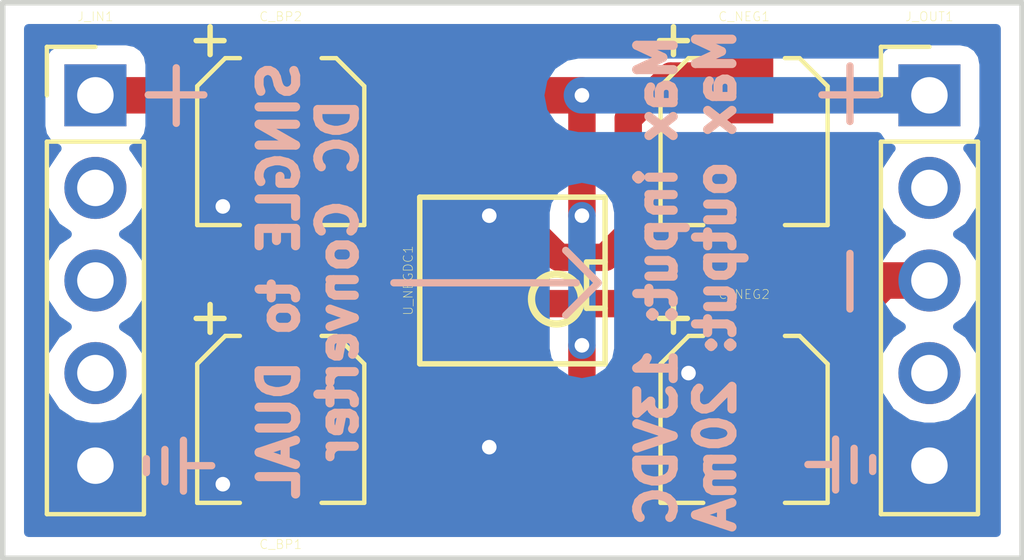
<source format=kicad_pcb>
(kicad_pcb (version 20171130) (host pcbnew "(5.0.0-3-g5ebb6b6)")

  (general
    (thickness 1.6)
    (drawings 23)
    (tracks 56)
    (zones 0)
    (modules 7)
    (nets 6)
  )

  (page User 210.007 148.006)
  (layers
    (0 F.Cu signal)
    (31 B.Cu signal)
    (32 B.Adhes user)
    (33 F.Adhes user)
    (34 B.Paste user)
    (35 F.Paste user)
    (36 B.SilkS user)
    (37 F.SilkS user)
    (38 B.Mask user)
    (39 F.Mask user)
    (40 Dwgs.User user)
    (41 Cmts.User user)
    (42 Eco1.User user)
    (43 Eco2.User user)
    (44 Edge.Cuts user)
    (45 Margin user)
    (46 B.CrtYd user hide)
    (47 F.CrtYd user hide)
    (48 B.Fab user)
    (49 F.Fab user hide)
  )

  (setup
    (last_trace_width 0.25)
    (user_trace_width 0.5)
    (user_trace_width 0.75)
    (user_trace_width 1)
    (trace_clearance 0.2)
    (zone_clearance 0.508)
    (zone_45_only no)
    (trace_min 0.2)
    (segment_width 0.2)
    (edge_width 0.15)
    (via_size 0.6)
    (via_drill 0.4)
    (via_min_size 0.4)
    (via_min_drill 0.3)
    (uvia_size 0.3)
    (uvia_drill 0.1)
    (uvias_allowed no)
    (uvia_min_size 0.2)
    (uvia_min_drill 0.1)
    (pcb_text_width 0.3)
    (pcb_text_size 1.5 1.5)
    (mod_edge_width 0.15)
    (mod_text_size 0.25 0.25)
    (mod_text_width 0.015)
    (pad_size 1.524 1.524)
    (pad_drill 0.762)
    (pad_to_mask_clearance 0.2)
    (aux_axis_origin 0 0)
    (visible_elements FFFEFF7F)
    (pcbplotparams
      (layerselection 0x010f0_80000001)
      (usegerberextensions false)
      (usegerberattributes false)
      (usegerberadvancedattributes false)
      (creategerberjobfile false)
      (excludeedgelayer true)
      (linewidth 0.100000)
      (plotframeref false)
      (viasonmask false)
      (mode 1)
      (useauxorigin false)
      (hpglpennumber 1)
      (hpglpenspeed 20)
      (hpglpendiameter 15.000000)
      (psnegative false)
      (psa4output false)
      (plotreference true)
      (plotvalue true)
      (plotinvisibletext false)
      (padsonsilk false)
      (subtractmaskfromsilk false)
      (outputformat 1)
      (mirror false)
      (drillshape 0)
      (scaleselection 1)
      (outputdirectory "docs/NegativeDCBreadboardAdaptor_GERBERS/"))
  )

  (net 0 "")
  (net 1 "Net-(C_BP1-Pad1)")
  (net 2 /GND)
  (net 3 "Net-(C_NEG1-Pad1)")
  (net 4 "Net-(C_NEG1-Pad2)")
  (net 5 "Net-(C_NEG2-Pad2)")

  (net_class Default "This is the default net class."
    (clearance 0.2)
    (trace_width 0.25)
    (via_dia 0.6)
    (via_drill 0.4)
    (uvia_dia 0.3)
    (uvia_drill 0.1)
    (add_net /GND)
    (add_net "Net-(C_BP1-Pad1)")
    (add_net "Net-(C_NEG1-Pad1)")
    (add_net "Net-(C_NEG1-Pad2)")
    (add_net "Net-(C_NEG2-Pad2)")
  )

  (module Capacitors_SMD:CP_Elec_4x5.3 (layer F.Cu) (tedit 5AED9EEE) (tstamp 5AECE30A)
    (at 83.82 62.23 270)
    (descr "SMT capacitor, aluminium electrolytic, 4x5.3")
    (path /5AEBA0C3)
    (attr smd)
    (fp_text reference C_BP1 (at 3.429 0) (layer F.SilkS)
      (effects (font (size 0.25 0.25) (thickness 0.015)))
    )
    (fp_text value 2.2uF (at 0 -3.54 270) (layer F.Fab)
      (effects (font (size 1 1) (thickness 0.15)))
    )
    (fp_circle (center 0 0) (end 0 2.1) (layer F.Fab) (width 0.1))
    (fp_text user + (at -1.21 -0.08 270) (layer F.Fab)
      (effects (font (size 1 1) (thickness 0.15)))
    )
    (fp_text user + (at -2.77 2.01 270) (layer F.SilkS)
      (effects (font (size 1 1) (thickness 0.15)))
    )
    (fp_text user %R (at 0 3.54 270) (layer F.Fab)
      (effects (font (size 1 1) (thickness 0.15)))
    )
    (fp_line (start 2.13 2.13) (end 2.13 -2.13) (layer F.Fab) (width 0.1))
    (fp_line (start -1.46 2.13) (end 2.13 2.13) (layer F.Fab) (width 0.1))
    (fp_line (start -2.13 1.46) (end -1.46 2.13) (layer F.Fab) (width 0.1))
    (fp_line (start -2.13 -1.46) (end -2.13 1.46) (layer F.Fab) (width 0.1))
    (fp_line (start -1.46 -2.13) (end -2.13 -1.46) (layer F.Fab) (width 0.1))
    (fp_line (start 2.13 -2.13) (end -1.46 -2.13) (layer F.Fab) (width 0.1))
    (fp_line (start -2.29 -1.52) (end -2.29 -1.12) (layer F.SilkS) (width 0.12))
    (fp_line (start 2.29 -2.29) (end 2.29 -1.12) (layer F.SilkS) (width 0.12))
    (fp_line (start 2.29 2.29) (end 2.29 1.12) (layer F.SilkS) (width 0.12))
    (fp_line (start -2.29 1.52) (end -2.29 1.12) (layer F.SilkS) (width 0.12))
    (fp_line (start -1.52 2.29) (end 2.29 2.29) (layer F.SilkS) (width 0.12))
    (fp_line (start -1.52 2.29) (end -2.29 1.52) (layer F.SilkS) (width 0.12))
    (fp_line (start -1.52 -2.29) (end 2.29 -2.29) (layer F.SilkS) (width 0.12))
    (fp_line (start -1.52 -2.29) (end -2.29 -1.52) (layer F.SilkS) (width 0.12))
    (fp_line (start -3.35 -2.39) (end 3.35 -2.39) (layer F.CrtYd) (width 0.05))
    (fp_line (start -3.35 -2.39) (end -3.35 2.38) (layer F.CrtYd) (width 0.05))
    (fp_line (start 3.35 2.38) (end 3.35 -2.39) (layer F.CrtYd) (width 0.05))
    (fp_line (start 3.35 2.38) (end -3.35 2.38) (layer F.CrtYd) (width 0.05))
    (pad 1 smd rect (at -1.8 0 90) (size 2.6 1.6) (layers F.Cu F.Paste F.Mask)
      (net 1 "Net-(C_BP1-Pad1)"))
    (pad 2 smd rect (at 1.8 0 90) (size 2.6 1.6) (layers F.Cu F.Paste F.Mask)
      (net 2 /GND))
    (model Capacitors_SMD.3dshapes/CP_Elec_4x5.3.wrl
      (at (xyz 0 0 0))
      (scale (xyz 1 1 1))
      (rotate (xyz 0 0 180))
    )
  )

  (module Capacitors_SMD:CP_Elec_4x5.3 (layer F.Cu) (tedit 5AEDA005) (tstamp 5AECE310)
    (at 83.82 54.61 270)
    (descr "SMT capacitor, aluminium electrolytic, 4x5.3")
    (path /5AECD463)
    (attr smd)
    (fp_text reference C_BP2 (at -3.429 0) (layer F.SilkS)
      (effects (font (size 0.25 0.25) (thickness 0.015)))
    )
    (fp_text value 100nF (at 0 -3.54 270) (layer F.Fab)
      (effects (font (size 1 1) (thickness 0.15)))
    )
    (fp_circle (center 0 0) (end 0 2.1) (layer F.Fab) (width 0.1))
    (fp_text user + (at -1.21 -0.08 270) (layer F.Fab)
      (effects (font (size 1 1) (thickness 0.15)))
    )
    (fp_text user + (at -2.77 2.01 270) (layer F.SilkS)
      (effects (font (size 1 1) (thickness 0.15)))
    )
    (fp_text user %R (at 0 3.54 270) (layer F.Fab)
      (effects (font (size 1 1) (thickness 0.15)))
    )
    (fp_line (start 2.13 2.13) (end 2.13 -2.13) (layer F.Fab) (width 0.1))
    (fp_line (start -1.46 2.13) (end 2.13 2.13) (layer F.Fab) (width 0.1))
    (fp_line (start -2.13 1.46) (end -1.46 2.13) (layer F.Fab) (width 0.1))
    (fp_line (start -2.13 -1.46) (end -2.13 1.46) (layer F.Fab) (width 0.1))
    (fp_line (start -1.46 -2.13) (end -2.13 -1.46) (layer F.Fab) (width 0.1))
    (fp_line (start 2.13 -2.13) (end -1.46 -2.13) (layer F.Fab) (width 0.1))
    (fp_line (start -2.29 -1.52) (end -2.29 -1.12) (layer F.SilkS) (width 0.12))
    (fp_line (start 2.29 -2.29) (end 2.29 -1.12) (layer F.SilkS) (width 0.12))
    (fp_line (start 2.29 2.29) (end 2.29 1.12) (layer F.SilkS) (width 0.12))
    (fp_line (start -2.29 1.52) (end -2.29 1.12) (layer F.SilkS) (width 0.12))
    (fp_line (start -1.52 2.29) (end 2.29 2.29) (layer F.SilkS) (width 0.12))
    (fp_line (start -1.52 2.29) (end -2.29 1.52) (layer F.SilkS) (width 0.12))
    (fp_line (start -1.52 -2.29) (end 2.29 -2.29) (layer F.SilkS) (width 0.12))
    (fp_line (start -1.52 -2.29) (end -2.29 -1.52) (layer F.SilkS) (width 0.12))
    (fp_line (start -3.35 -2.39) (end 3.35 -2.39) (layer F.CrtYd) (width 0.05))
    (fp_line (start -3.35 -2.39) (end -3.35 2.38) (layer F.CrtYd) (width 0.05))
    (fp_line (start 3.35 2.38) (end 3.35 -2.39) (layer F.CrtYd) (width 0.05))
    (fp_line (start 3.35 2.38) (end -3.35 2.38) (layer F.CrtYd) (width 0.05))
    (pad 1 smd rect (at -1.8 0 90) (size 2.6 1.6) (layers F.Cu F.Paste F.Mask)
      (net 1 "Net-(C_BP1-Pad1)"))
    (pad 2 smd rect (at 1.8 0 90) (size 2.6 1.6) (layers F.Cu F.Paste F.Mask)
      (net 2 /GND))
    (model Capacitors_SMD.3dshapes/CP_Elec_4x5.3.wrl
      (at (xyz 0 0 0))
      (scale (xyz 1 1 1))
      (rotate (xyz 0 0 180))
    )
  )

  (module Capacitors_SMD:CP_Elec_4x5.3 (layer F.Cu) (tedit 5AED9F02) (tstamp 5AECE316)
    (at 96.52 54.61 270)
    (descr "SMT capacitor, aluminium electrolytic, 4x5.3")
    (path /5AEB9CA7)
    (attr smd)
    (fp_text reference C_NEG1 (at -3.429 0 180) (layer F.SilkS)
      (effects (font (size 0.25 0.25) (thickness 0.015)))
    )
    (fp_text value 10uF (at 0 -3.54 270) (layer F.Fab)
      (effects (font (size 1 1) (thickness 0.15)))
    )
    (fp_circle (center 0 0) (end 0 2.1) (layer F.Fab) (width 0.1))
    (fp_text user + (at -1.21 -0.08 270) (layer F.Fab)
      (effects (font (size 1 1) (thickness 0.15)))
    )
    (fp_text user + (at -2.77 2.01 270) (layer F.SilkS)
      (effects (font (size 1 1) (thickness 0.15)))
    )
    (fp_text user %R (at 0 3.54 270) (layer F.Fab)
      (effects (font (size 1 1) (thickness 0.15)))
    )
    (fp_line (start 2.13 2.13) (end 2.13 -2.13) (layer F.Fab) (width 0.1))
    (fp_line (start -1.46 2.13) (end 2.13 2.13) (layer F.Fab) (width 0.1))
    (fp_line (start -2.13 1.46) (end -1.46 2.13) (layer F.Fab) (width 0.1))
    (fp_line (start -2.13 -1.46) (end -2.13 1.46) (layer F.Fab) (width 0.1))
    (fp_line (start -1.46 -2.13) (end -2.13 -1.46) (layer F.Fab) (width 0.1))
    (fp_line (start 2.13 -2.13) (end -1.46 -2.13) (layer F.Fab) (width 0.1))
    (fp_line (start -2.29 -1.52) (end -2.29 -1.12) (layer F.SilkS) (width 0.12))
    (fp_line (start 2.29 -2.29) (end 2.29 -1.12) (layer F.SilkS) (width 0.12))
    (fp_line (start 2.29 2.29) (end 2.29 1.12) (layer F.SilkS) (width 0.12))
    (fp_line (start -2.29 1.52) (end -2.29 1.12) (layer F.SilkS) (width 0.12))
    (fp_line (start -1.52 2.29) (end 2.29 2.29) (layer F.SilkS) (width 0.12))
    (fp_line (start -1.52 2.29) (end -2.29 1.52) (layer F.SilkS) (width 0.12))
    (fp_line (start -1.52 -2.29) (end 2.29 -2.29) (layer F.SilkS) (width 0.12))
    (fp_line (start -1.52 -2.29) (end -2.29 -1.52) (layer F.SilkS) (width 0.12))
    (fp_line (start -3.35 -2.39) (end 3.35 -2.39) (layer F.CrtYd) (width 0.05))
    (fp_line (start -3.35 -2.39) (end -3.35 2.38) (layer F.CrtYd) (width 0.05))
    (fp_line (start 3.35 2.38) (end 3.35 -2.39) (layer F.CrtYd) (width 0.05))
    (fp_line (start 3.35 2.38) (end -3.35 2.38) (layer F.CrtYd) (width 0.05))
    (pad 1 smd rect (at -1.8 0 90) (size 2.6 1.6) (layers F.Cu F.Paste F.Mask)
      (net 3 "Net-(C_NEG1-Pad1)"))
    (pad 2 smd rect (at 1.8 0 90) (size 2.6 1.6) (layers F.Cu F.Paste F.Mask)
      (net 4 "Net-(C_NEG1-Pad2)"))
    (model Capacitors_SMD.3dshapes/CP_Elec_4x5.3.wrl
      (at (xyz 0 0 0))
      (scale (xyz 1 1 1))
      (rotate (xyz 0 0 180))
    )
  )

  (module Capacitors_SMD:CP_Elec_4x5.3 (layer F.Cu) (tedit 5AED9F0A) (tstamp 5AECE31C)
    (at 96.52 62.23 270)
    (descr "SMT capacitor, aluminium electrolytic, 4x5.3")
    (path /5AEB9CE5)
    (attr smd)
    (fp_text reference C_NEG2 (at -3.429 0) (layer F.SilkS)
      (effects (font (size 0.25 0.25) (thickness 0.015)))
    )
    (fp_text value 10uF (at 0 -3.54 270) (layer F.Fab)
      (effects (font (size 1 1) (thickness 0.15)))
    )
    (fp_circle (center 0 0) (end 0 2.1) (layer F.Fab) (width 0.1))
    (fp_text user + (at -1.21 -0.08 270) (layer F.Fab)
      (effects (font (size 1 1) (thickness 0.15)))
    )
    (fp_text user + (at -2.77 2.01 270) (layer F.SilkS)
      (effects (font (size 1 1) (thickness 0.15)))
    )
    (fp_text user %R (at 0 3.54 270) (layer F.Fab)
      (effects (font (size 1 1) (thickness 0.15)))
    )
    (fp_line (start 2.13 2.13) (end 2.13 -2.13) (layer F.Fab) (width 0.1))
    (fp_line (start -1.46 2.13) (end 2.13 2.13) (layer F.Fab) (width 0.1))
    (fp_line (start -2.13 1.46) (end -1.46 2.13) (layer F.Fab) (width 0.1))
    (fp_line (start -2.13 -1.46) (end -2.13 1.46) (layer F.Fab) (width 0.1))
    (fp_line (start -1.46 -2.13) (end -2.13 -1.46) (layer F.Fab) (width 0.1))
    (fp_line (start 2.13 -2.13) (end -1.46 -2.13) (layer F.Fab) (width 0.1))
    (fp_line (start -2.29 -1.52) (end -2.29 -1.12) (layer F.SilkS) (width 0.12))
    (fp_line (start 2.29 -2.29) (end 2.29 -1.12) (layer F.SilkS) (width 0.12))
    (fp_line (start 2.29 2.29) (end 2.29 1.12) (layer F.SilkS) (width 0.12))
    (fp_line (start -2.29 1.52) (end -2.29 1.12) (layer F.SilkS) (width 0.12))
    (fp_line (start -1.52 2.29) (end 2.29 2.29) (layer F.SilkS) (width 0.12))
    (fp_line (start -1.52 2.29) (end -2.29 1.52) (layer F.SilkS) (width 0.12))
    (fp_line (start -1.52 -2.29) (end 2.29 -2.29) (layer F.SilkS) (width 0.12))
    (fp_line (start -1.52 -2.29) (end -2.29 -1.52) (layer F.SilkS) (width 0.12))
    (fp_line (start -3.35 -2.39) (end 3.35 -2.39) (layer F.CrtYd) (width 0.05))
    (fp_line (start -3.35 -2.39) (end -3.35 2.38) (layer F.CrtYd) (width 0.05))
    (fp_line (start 3.35 2.38) (end 3.35 -2.39) (layer F.CrtYd) (width 0.05))
    (fp_line (start 3.35 2.38) (end -3.35 2.38) (layer F.CrtYd) (width 0.05))
    (pad 1 smd rect (at -1.8 0 90) (size 2.6 1.6) (layers F.Cu F.Paste F.Mask)
      (net 2 /GND))
    (pad 2 smd rect (at 1.8 0 90) (size 2.6 1.6) (layers F.Cu F.Paste F.Mask)
      (net 5 "Net-(C_NEG2-Pad2)"))
    (model Capacitors_SMD.3dshapes/CP_Elec_4x5.3.wrl
      (at (xyz 0 0 0))
      (scale (xyz 1 1 1))
      (rotate (xyz 0 0 180))
    )
  )

  (module SMD_Packages:SOIC-8-N (layer F.Cu) (tedit 5AEDA01A) (tstamp 5AECE341)
    (at 90.17 58.42 180)
    (descr "Module Narrow CMS SOJ 8 pins large")
    (tags "CMS SOJ")
    (path /5AEBAD9E)
    (attr smd)
    (fp_text reference U_NEGDC1 (at 2.8575 0 270) (layer F.SilkS)
      (effects (font (size 0.25 0.25) (thickness 0.015)))
    )
    (fp_text value _TC7662B (at 0 1.27 180) (layer F.Fab)
      (effects (font (size 1 1) (thickness 0.15)))
    )
    (fp_line (start -2.54 -2.286) (end 2.54 -2.286) (layer F.SilkS) (width 0.15))
    (fp_line (start 2.54 -2.286) (end 2.54 2.286) (layer F.SilkS) (width 0.15))
    (fp_line (start 2.54 2.286) (end -2.54 2.286) (layer F.SilkS) (width 0.15))
    (fp_line (start -2.54 2.286) (end -2.54 -2.286) (layer F.SilkS) (width 0.15))
    (fp_line (start -2.54 -0.762) (end -2.032 -0.762) (layer F.SilkS) (width 0.15))
    (fp_line (start -2.032 -0.762) (end -2.032 0.508) (layer F.SilkS) (width 0.15))
    (fp_line (start -2.032 0.508) (end -2.54 0.508) (layer F.SilkS) (width 0.15))
    (pad 8 smd rect (at -1.905 -3.175 180) (size 0.508 1.143) (layers F.Cu F.Paste F.Mask)
      (net 1 "Net-(C_BP1-Pad1)"))
    (pad 7 smd rect (at -0.635 -3.175 180) (size 0.508 1.143) (layers F.Cu F.Paste F.Mask))
    (pad 6 smd rect (at 0.635 -3.175 180) (size 0.508 1.143) (layers F.Cu F.Paste F.Mask)
      (net 2 /GND))
    (pad 5 smd rect (at 1.905 -3.175 180) (size 0.508 1.143) (layers F.Cu F.Paste F.Mask)
      (net 5 "Net-(C_NEG2-Pad2)"))
    (pad 4 smd rect (at 1.905 3.175 180) (size 0.508 1.143) (layers F.Cu F.Paste F.Mask)
      (net 4 "Net-(C_NEG1-Pad2)"))
    (pad 3 smd rect (at 0.635 3.175 180) (size 0.508 1.143) (layers F.Cu F.Paste F.Mask)
      (net 2 /GND))
    (pad 2 smd rect (at -0.635 3.175 180) (size 0.508 1.143) (layers F.Cu F.Paste F.Mask)
      (net 3 "Net-(C_NEG1-Pad1)"))
    (pad 1 smd rect (at -1.905 3.175 180) (size 0.508 1.143) (layers F.Cu F.Paste F.Mask)
      (net 1 "Net-(C_BP1-Pad1)"))
    (model SMD_Packages.3dshapes/SOIC-8-N.wrl
      (at (xyz 0 0 0))
      (scale (xyz 0.5 0.38 0.5))
      (rotate (xyz 0 0 0))
    )
  )

  (module Pin_Headers:Pin_Header_Straight_1x05_Pitch2.54mm (layer F.Cu) (tedit 5AEDA00F) (tstamp 5AED97B2)
    (at 78.74 53.34)
    (descr "Through hole straight pin header, 1x05, 2.54mm pitch, single row")
    (tags "Through hole pin header THT 1x05 2.54mm single row")
    (path /5AED9D68)
    (fp_text reference J_IN1 (at 0 -2.159) (layer F.SilkS)
      (effects (font (size 0.25 0.25) (thickness 0.015)))
    )
    (fp_text value Conn_01x05 (at 0 12.49) (layer F.Fab)
      (effects (font (size 1 1) (thickness 0.15)))
    )
    (fp_line (start -0.635 -1.27) (end 1.27 -1.27) (layer F.Fab) (width 0.1))
    (fp_line (start 1.27 -1.27) (end 1.27 11.43) (layer F.Fab) (width 0.1))
    (fp_line (start 1.27 11.43) (end -1.27 11.43) (layer F.Fab) (width 0.1))
    (fp_line (start -1.27 11.43) (end -1.27 -0.635) (layer F.Fab) (width 0.1))
    (fp_line (start -1.27 -0.635) (end -0.635 -1.27) (layer F.Fab) (width 0.1))
    (fp_line (start -1.33 11.49) (end 1.33 11.49) (layer F.SilkS) (width 0.12))
    (fp_line (start -1.33 1.27) (end -1.33 11.49) (layer F.SilkS) (width 0.12))
    (fp_line (start 1.33 1.27) (end 1.33 11.49) (layer F.SilkS) (width 0.12))
    (fp_line (start -1.33 1.27) (end 1.33 1.27) (layer F.SilkS) (width 0.12))
    (fp_line (start -1.33 0) (end -1.33 -1.33) (layer F.SilkS) (width 0.12))
    (fp_line (start -1.33 -1.33) (end 0 -1.33) (layer F.SilkS) (width 0.12))
    (fp_line (start -1.8 -1.8) (end -1.8 11.95) (layer F.CrtYd) (width 0.05))
    (fp_line (start -1.8 11.95) (end 1.8 11.95) (layer F.CrtYd) (width 0.05))
    (fp_line (start 1.8 11.95) (end 1.8 -1.8) (layer F.CrtYd) (width 0.05))
    (fp_line (start 1.8 -1.8) (end -1.8 -1.8) (layer F.CrtYd) (width 0.05))
    (fp_text user %R (at 0 5.08 90) (layer F.Fab)
      (effects (font (size 1 1) (thickness 0.15)))
    )
    (pad 1 thru_hole rect (at 0 0) (size 1.7 1.7) (drill 1) (layers *.Cu *.Mask)
      (net 1 "Net-(C_BP1-Pad1)"))
    (pad 2 thru_hole oval (at 0 2.54) (size 1.7 1.7) (drill 1) (layers *.Cu *.Mask))
    (pad 3 thru_hole oval (at 0 5.08) (size 1.7 1.7) (drill 1) (layers *.Cu *.Mask))
    (pad 4 thru_hole oval (at 0 7.62) (size 1.7 1.7) (drill 1) (layers *.Cu *.Mask))
    (pad 5 thru_hole oval (at 0 10.16) (size 1.7 1.7) (drill 1) (layers *.Cu *.Mask)
      (net 2 /GND))
    (model ${KISYS3DMOD}/Pin_Headers.3dshapes/Pin_Header_Straight_1x05_Pitch2.54mm.wrl
      (at (xyz 0 0 0))
      (scale (xyz 1 1 1))
      (rotate (xyz 0 0 0))
    )
  )

  (module Pin_Headers:Pin_Header_Straight_1x05_Pitch2.54mm (layer F.Cu) (tedit 5AED9FED) (tstamp 5AED97BB)
    (at 101.6 53.34)
    (descr "Through hole straight pin header, 1x05, 2.54mm pitch, single row")
    (tags "Through hole pin header THT 1x05 2.54mm single row")
    (path /5AED9E9B)
    (fp_text reference J_OUT1 (at 0 -2.159) (layer F.SilkS)
      (effects (font (size 0.25 0.25) (thickness 0.015)))
    )
    (fp_text value Conn_01x05 (at 0 12.49) (layer F.Fab)
      (effects (font (size 1 1) (thickness 0.15)))
    )
    (fp_line (start -0.635 -1.27) (end 1.27 -1.27) (layer F.Fab) (width 0.1))
    (fp_line (start 1.27 -1.27) (end 1.27 11.43) (layer F.Fab) (width 0.1))
    (fp_line (start 1.27 11.43) (end -1.27 11.43) (layer F.Fab) (width 0.1))
    (fp_line (start -1.27 11.43) (end -1.27 -0.635) (layer F.Fab) (width 0.1))
    (fp_line (start -1.27 -0.635) (end -0.635 -1.27) (layer F.Fab) (width 0.1))
    (fp_line (start -1.33 11.49) (end 1.33 11.49) (layer F.SilkS) (width 0.12))
    (fp_line (start -1.33 1.27) (end -1.33 11.49) (layer F.SilkS) (width 0.12))
    (fp_line (start 1.33 1.27) (end 1.33 11.49) (layer F.SilkS) (width 0.12))
    (fp_line (start -1.33 1.27) (end 1.33 1.27) (layer F.SilkS) (width 0.12))
    (fp_line (start -1.33 0) (end -1.33 -1.33) (layer F.SilkS) (width 0.12))
    (fp_line (start -1.33 -1.33) (end 0 -1.33) (layer F.SilkS) (width 0.12))
    (fp_line (start -1.8 -1.8) (end -1.8 11.95) (layer F.CrtYd) (width 0.05))
    (fp_line (start -1.8 11.95) (end 1.8 11.95) (layer F.CrtYd) (width 0.05))
    (fp_line (start 1.8 11.95) (end 1.8 -1.8) (layer F.CrtYd) (width 0.05))
    (fp_line (start 1.8 -1.8) (end -1.8 -1.8) (layer F.CrtYd) (width 0.05))
    (fp_text user %R (at 0 5.08 90) (layer F.Fab)
      (effects (font (size 1 1) (thickness 0.15)))
    )
    (pad 1 thru_hole rect (at 0 0) (size 1.7 1.7) (drill 1) (layers *.Cu *.Mask)
      (net 1 "Net-(C_BP1-Pad1)"))
    (pad 2 thru_hole oval (at 0 2.54) (size 1.7 1.7) (drill 1) (layers *.Cu *.Mask))
    (pad 3 thru_hole oval (at 0 5.08) (size 1.7 1.7) (drill 1) (layers *.Cu *.Mask)
      (net 5 "Net-(C_NEG2-Pad2)"))
    (pad 4 thru_hole oval (at 0 7.62) (size 1.7 1.7) (drill 1) (layers *.Cu *.Mask))
    (pad 5 thru_hole oval (at 0 10.16) (size 1.7 1.7) (drill 1) (layers *.Cu *.Mask)
      (net 2 /GND))
    (model ${KISYS3DMOD}/Pin_Headers.3dshapes/Pin_Header_Straight_1x05_Pitch2.54mm.wrl
      (at (xyz 0 0 0))
      (scale (xyz 1 1 1))
      (rotate (xyz 0 0 0))
    )
  )

  (gr_line (start 81.153 62.8015) (end 81.153 64.1985) (angle 90) (layer B.SilkS) (width 0.2))
  (gr_line (start 99.02825 64.16675) (end 99.02825 62.76975) (angle 90) (layer B.SilkS) (width 0.2) (tstamp 5AEDA487))
  (gr_line (start 99.53625 63.91275) (end 99.53625 63.02375) (angle 90) (layer B.SilkS) (width 0.2) (tstamp 5AEDA486))
  (gr_line (start 100.04425 63.65875) (end 100.04425 63.27775) (angle 90) (layer B.SilkS) (width 0.2) (tstamp 5AEDA485))
  (gr_line (start 98.927 63.46825) (end 98.26975 63.46825) (angle 90) (layer B.SilkS) (width 0.2) (tstamp 5AEDA484))
  (gr_line (start 99.42195 57.67705) (end 99.42195 59.20105) (angle 90) (layer B.SilkS) (width 0.2) (tstamp 5AEDA2FA))
  (gr_line (start 76.2 50.8) (end 104.14 50.8) (angle 90) (layer Edge.Cuts) (width 0.15))
  (gr_line (start 104.14 66.04) (end 76.2 66.04) (angle 90) (layer Edge.Cuts) (width 0.15))
  (gr_line (start 104.14 66.04) (end 104.14 50.8) (angle 90) (layer Edge.Cuts) (width 0.15))
  (gr_line (start 100.1776 53.3273) (end 98.6536 53.3273) (angle 90) (layer B.SilkS) (width 0.2) (tstamp 5AECF0A0))
  (gr_line (start 99.42195 52.53355) (end 99.42195 54.05755) (angle 90) (layer B.SilkS) (width 0.2) (tstamp 5AECF09F))
  (gr_line (start 80.95615 52.58435) (end 80.95615 54.10835) (angle 90) (layer B.SilkS) (width 0.2) (tstamp 5AECF067))
  (gr_line (start 81.2885 63.5) (end 81.927 63.5) (angle 90) (layer B.SilkS) (width 0.2))
  (gr_line (start 80.137 63.3095) (end 80.137 63.6905) (angle 90) (layer B.SilkS) (width 0.2))
  (gr_line (start 80.645 63.0555) (end 80.645 63.9445) (angle 90) (layer B.SilkS) (width 0.2))
  (gr_line (start 81.7118 53.3273) (end 80.1878 53.3273) (angle 90) (layer B.SilkS) (width 0.2))
  (gr_line (start 92.5195 58.4835) (end 91.6305 59.3725) (angle 90) (layer B.SilkS) (width 0.2))
  (gr_line (start 92.5195 58.4835) (end 91.6305 57.5945) (angle 90) (layer B.SilkS) (width 0.2))
  (gr_line (start 86.9205 58.4835) (end 91.9205 58.4835) (angle 90) (layer B.SilkS) (width 0.2))
  (gr_circle (center 91.3765 58.928) (end 91.6305 59.563) (layer F.SilkS) (width 0.2))
  (gr_text "Max input: 13VDC\nMax output: 20mA" (at 94.9325 58.42 90) (layer B.SilkS)
    (effects (font (size 1 1) (thickness 0.25)) (justify mirror))
  )
  (gr_text "SINGLE to DUAL\nDC Converter\n" (at 84.582 58.42 90) (layer B.SilkS)
    (effects (font (size 1 1) (thickness 0.25)) (justify mirror))
  )
  (gr_line (start 76.2 50.8) (end 76.2 66.04) (angle 90) (layer Edge.Cuts) (width 0.15))

  (segment (start 80.772 53.34) (end 80.772 59.436) (width 1) (layer F.Cu) (net 1))
  (segment (start 81.766 60.43) (end 83.82 60.43) (width 1) (layer F.Cu) (net 1) (tstamp 5AED9CA6))
  (segment (start 80.772 59.436) (end 81.766 60.43) (width 1) (layer F.Cu) (net 1) (tstamp 5AED9CA5))
  (segment (start 78.74 53.34) (end 80.772 53.34) (width 1) (layer F.Cu) (net 1))
  (segment (start 80.772 53.34) (end 83.29 53.34) (width 1) (layer F.Cu) (net 1) (tstamp 5AED9CA3))
  (segment (start 83.29 53.34) (end 83.82 52.81) (width 1) (layer F.Cu) (net 1) (tstamp 5AED9C9A))
  (segment (start 83.798 60.452) (end 83.82 60.43) (width 1) (layer F.Cu) (net 1) (tstamp 5AED9C5C))
  (segment (start 92.075 55.245) (end 92.075 56.642) (width 0.75) (layer F.Cu) (net 1))
  (segment (start 92.075 60.198) (end 92.075 61.595) (width 0.75) (layer F.Cu) (net 1) (tstamp 5AED9A6F))
  (via (at 92.075 60.198) (size 0.6) (drill 0.4) (layers F.Cu B.Cu) (net 1))
  (segment (start 92.075 56.642) (end 92.075 60.198) (width 0.75) (layer B.Cu) (net 1) (tstamp 5AED9A6C))
  (via (at 92.075 56.642) (size 0.6) (drill 0.4) (layers F.Cu B.Cu) (net 1))
  (segment (start 92.075 55.245) (end 92.075 53.34) (width 0.75) (layer F.Cu) (net 1))
  (segment (start 83.82 60.43) (end 85.83 60.43) (width 1) (layer F.Cu) (net 1))
  (segment (start 86.995 53.34) (end 92.075 53.34) (width 1) (layer F.Cu) (net 1) (tstamp 5AED9A60))
  (segment (start 86.36 53.975) (end 86.995 53.34) (width 1) (layer F.Cu) (net 1) (tstamp 5AED9A5E))
  (segment (start 86.36 59.9) (end 86.36 53.975) (width 1) (layer F.Cu) (net 1) (tstamp 5AED9A5B))
  (segment (start 85.83 60.43) (end 86.36 59.9) (width 1) (layer F.Cu) (net 1) (tstamp 5AED9A5A))
  (segment (start 92.075 53.34) (end 101.6 53.34) (width 1) (layer B.Cu) (net 1) (tstamp 5AED9A64))
  (via (at 92.075 53.34) (size 0.6) (drill 0.4) (layers F.Cu B.Cu) (net 1))
  (segment (start 96.52 60.43) (end 95.526 60.43) (width 0.5) (layer F.Cu) (net 2))
  (via (at 94.996 60.96) (size 0.6) (drill 0.4) (layers F.Cu B.Cu) (net 2))
  (segment (start 95.526 60.43) (end 94.996 60.96) (width 0.5) (layer F.Cu) (net 2) (tstamp 5AEDA1EB))
  (segment (start 89.535 61.595) (end 89.535 62.992) (width 0.5) (layer F.Cu) (net 2))
  (via (at 89.535 62.992) (size 0.6) (drill 0.4) (layers F.Cu B.Cu) (net 2))
  (segment (start 89.535 55.245) (end 89.535 56.642) (width 0.5) (layer F.Cu) (net 2))
  (via (at 89.535 56.642) (size 0.6) (drill 0.4) (layers F.Cu B.Cu) (net 2))
  (segment (start 83.82 64.03) (end 83.334 64.03) (width 0.5) (layer F.Cu) (net 2))
  (segment (start 83.334 64.03) (end 82.2325 64.008) (width 0.5) (layer F.Cu) (net 2) (tstamp 5AED9BB7))
  (via (at 82.2325 64.008) (size 0.6) (drill 0.4) (layers F.Cu B.Cu) (net 2))
  (segment (start 83.82 56.41) (end 83.334 56.41) (width 0.5) (layer F.Cu) (net 2))
  (segment (start 83.334 56.41) (end 82.2325 56.388) (width 0.5) (layer F.Cu) (net 2) (tstamp 5AED9BA2))
  (via (at 82.2325 56.388) (size 0.6) (drill 0.4) (layers F.Cu B.Cu) (net 2))
  (segment (start 90.805 55.245) (end 90.805 57.15) (width 0.75) (layer F.Cu) (net 3))
  (segment (start 94.51 52.81) (end 96.52 52.81) (width 0.75) (layer F.Cu) (net 3) (tstamp 5AED9AE0))
  (segment (start 93.345 53.975) (end 94.51 52.81) (width 0.75) (layer F.Cu) (net 3) (tstamp 5AED9ADE))
  (segment (start 93.345 57.15) (end 93.345 53.975) (width 0.75) (layer F.Cu) (net 3) (tstamp 5AED9ADB))
  (segment (start 92.71 57.785) (end 93.345 57.15) (width 0.75) (layer F.Cu) (net 3) (tstamp 5AED9AD9))
  (segment (start 91.44 57.785) (end 92.71 57.785) (width 0.75) (layer F.Cu) (net 3) (tstamp 5AED9AD8))
  (segment (start 90.805 57.15) (end 91.44 57.785) (width 0.75) (layer F.Cu) (net 3) (tstamp 5AED9AD7))
  (segment (start 88.265 55.245) (end 88.265 57.785) (width 0.75) (layer F.Cu) (net 4))
  (segment (start 93.98 59.055) (end 96.52 56.515) (width 0.75) (layer F.Cu) (net 4) (tstamp 5AED9B08))
  (segment (start 89.535 59.055) (end 93.98 59.055) (width 0.75) (layer F.Cu) (net 4) (tstamp 5AED9B06))
  (segment (start 88.265 57.785) (end 89.535 59.055) (width 0.75) (layer F.Cu) (net 4) (tstamp 5AED9B04))
  (segment (start 96.52 56.515) (end 96.52 56.41) (width 0.75) (layer F.Cu) (net 4) (tstamp 5AED9B0B))
  (segment (start 96.52 64.03) (end 98.53 64.03) (width 1) (layer F.Cu) (net 5))
  (segment (start 100.33 58.42) (end 101.6 58.42) (width 1) (layer F.Cu) (net 5) (tstamp 5AEDA1E1))
  (segment (start 99.187 59.563) (end 100.33 58.42) (width 1) (layer F.Cu) (net 5) (tstamp 5AEDA1DF))
  (segment (start 99.187 63.373) (end 99.187 59.563) (width 1) (layer F.Cu) (net 5) (tstamp 5AEDA1DE))
  (segment (start 98.53 64.03) (end 99.187 63.373) (width 1) (layer F.Cu) (net 5) (tstamp 5AEDA1DD))
  (segment (start 96.288 64.262) (end 93.091 64.262) (width 0.75) (layer F.Cu) (net 5))
  (segment (start 88.265 63.5) (end 89.027 64.262) (width 0.75) (layer F.Cu) (net 5) (tstamp 5AED9AB9))
  (segment (start 89.027 64.262) (end 93.091 64.262) (width 0.75) (layer F.Cu) (net 5) (tstamp 5AED9ABB))
  (segment (start 88.265 63.5) (end 88.265 61.595) (width 0.75) (layer F.Cu) (net 5))
  (segment (start 96.288 64.262) (end 96.52 64.03) (width 0.75) (layer F.Cu) (net 5) (tstamp 5AEDA1D9))
  (segment (start 96.625 64.135) (end 96.52 64.03) (width 0.75) (layer F.Cu) (net 5) (tstamp 5AED9A7C) (status 30))

  (zone (net 2) (net_name /GND) (layer B.Cu) (tstamp 5AECEA11) (hatch edge 0.508)
    (connect_pads yes (clearance 0.508))
    (min_thickness 0.254)
    (fill yes (arc_segments 16) (thermal_gap 0.508) (thermal_bridge_width 0.508))
    (polygon
      (pts
        (xy 104.14 66.04) (xy 76.2 66.04) (xy 76.2 50.8) (xy 104.14 50.8)
      )
    )
    (filled_polygon
      (pts
        (xy 103.43 65.33) (xy 76.91 65.33) (xy 76.91 55.88) (xy 77.225908 55.88) (xy 77.341161 56.459418)
        (xy 77.669375 56.950625) (xy 77.967761 57.15) (xy 77.669375 57.349375) (xy 77.341161 57.840582) (xy 77.225908 58.42)
        (xy 77.341161 58.999418) (xy 77.669375 59.490625) (xy 77.967761 59.69) (xy 77.669375 59.889375) (xy 77.341161 60.380582)
        (xy 77.225908 60.96) (xy 77.341161 61.539418) (xy 77.669375 62.030625) (xy 78.160582 62.358839) (xy 78.593744 62.445)
        (xy 78.886256 62.445) (xy 79.319418 62.358839) (xy 79.810625 62.030625) (xy 80.138839 61.539418) (xy 80.254092 60.96)
        (xy 80.138839 60.380582) (xy 79.810625 59.889375) (xy 79.512239 59.69) (xy 79.810625 59.490625) (xy 80.138839 58.999418)
        (xy 80.254092 58.42) (xy 80.138839 57.840582) (xy 79.810625 57.349375) (xy 79.512239 57.15) (xy 79.810625 56.950625)
        (xy 80.083308 56.542525) (xy 91.065 56.542525) (xy 91.065001 60.297476) (xy 91.123602 60.592082) (xy 91.346832 60.926169)
        (xy 91.680919 61.149399) (xy 92.075 61.227787) (xy 92.469082 61.149399) (xy 92.803169 60.926169) (xy 93.026399 60.592082)
        (xy 93.085 60.297476) (xy 93.085 56.542524) (xy 93.026399 56.247918) (xy 92.803169 55.913831) (xy 92.469081 55.690601)
        (xy 92.075 55.612213) (xy 91.680918 55.690601) (xy 91.346831 55.913831) (xy 91.123601 56.247919) (xy 91.065 56.542525)
        (xy 80.083308 56.542525) (xy 80.138839 56.459418) (xy 80.254092 55.88) (xy 80.138839 55.300582) (xy 79.810625 54.809375)
        (xy 79.792381 54.797184) (xy 79.837765 54.788157) (xy 80.047809 54.647809) (xy 80.188157 54.437765) (xy 80.23744 54.19)
        (xy 80.23744 53.34) (xy 90.917765 53.34) (xy 91.005854 53.782855) (xy 91.256711 54.158289) (xy 91.632145 54.409146)
        (xy 91.963217 54.475) (xy 100.176723 54.475) (xy 100.292191 54.647809) (xy 100.502235 54.788157) (xy 100.547619 54.797184)
        (xy 100.529375 54.809375) (xy 100.201161 55.300582) (xy 100.085908 55.88) (xy 100.201161 56.459418) (xy 100.529375 56.950625)
        (xy 100.827761 57.15) (xy 100.529375 57.349375) (xy 100.201161 57.840582) (xy 100.085908 58.42) (xy 100.201161 58.999418)
        (xy 100.529375 59.490625) (xy 100.827761 59.69) (xy 100.529375 59.889375) (xy 100.201161 60.380582) (xy 100.085908 60.96)
        (xy 100.201161 61.539418) (xy 100.529375 62.030625) (xy 101.020582 62.358839) (xy 101.453744 62.445) (xy 101.746256 62.445)
        (xy 102.179418 62.358839) (xy 102.670625 62.030625) (xy 102.998839 61.539418) (xy 103.114092 60.96) (xy 102.998839 60.380582)
        (xy 102.670625 59.889375) (xy 102.372239 59.69) (xy 102.670625 59.490625) (xy 102.998839 58.999418) (xy 103.114092 58.42)
        (xy 102.998839 57.840582) (xy 102.670625 57.349375) (xy 102.372239 57.15) (xy 102.670625 56.950625) (xy 102.998839 56.459418)
        (xy 103.114092 55.88) (xy 102.998839 55.300582) (xy 102.670625 54.809375) (xy 102.652381 54.797184) (xy 102.697765 54.788157)
        (xy 102.907809 54.647809) (xy 103.048157 54.437765) (xy 103.09744 54.19) (xy 103.09744 52.49) (xy 103.048157 52.242235)
        (xy 102.907809 52.032191) (xy 102.697765 51.891843) (xy 102.45 51.84256) (xy 100.75 51.84256) (xy 100.502235 51.891843)
        (xy 100.292191 52.032191) (xy 100.176723 52.205) (xy 91.963217 52.205) (xy 91.632145 52.270854) (xy 91.256711 52.521711)
        (xy 91.005854 52.897145) (xy 90.917765 53.34) (xy 80.23744 53.34) (xy 80.23744 52.49) (xy 80.188157 52.242235)
        (xy 80.047809 52.032191) (xy 79.837765 51.891843) (xy 79.59 51.84256) (xy 77.89 51.84256) (xy 77.642235 51.891843)
        (xy 77.432191 52.032191) (xy 77.291843 52.242235) (xy 77.24256 52.49) (xy 77.24256 54.19) (xy 77.291843 54.437765)
        (xy 77.432191 54.647809) (xy 77.642235 54.788157) (xy 77.687619 54.797184) (xy 77.669375 54.809375) (xy 77.341161 55.300582)
        (xy 77.225908 55.88) (xy 76.91 55.88) (xy 76.91 51.51) (xy 103.430001 51.51)
      )
    )
  )
)

</source>
